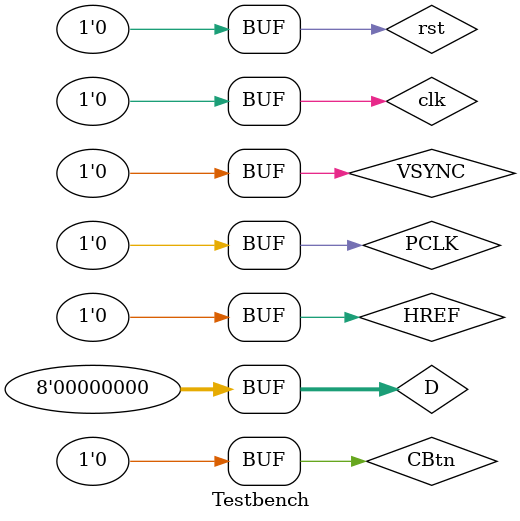
<source format=v>
`timescale 1ns / 1ps

module Testbench;

	// Inputs
	reg clk;
	reg rst;
	reg VSYNC;
	reg HREF;
	reg PCLK;
	reg [7:0] D;
	reg CBtn;

	// Outputs
	wire VGA_Hsync_n;
	wire VGA_Vsync_n;
	wire [3:0] VGA_R;
	wire [3:0] VGA_G;
	wire [3:0] VGA_B;
	wire CAM_xclk;
	wire CAM_pwdn;
	wire CAM_reset;

	// Instantiate the Unit Under Test (UUT)
	test_cam uut (
		.clk(clk), 
		.rst(rst), 
		.VGA_Hsync_n(VGA_Hsync_n), 
		.VGA_Vsync_n(VGA_Vsync_n), 
		.VGA_R(VGA_R), 
		.VGA_G(VGA_G), 
		.VGA_B(VGA_B), 
		.CAM_xclk(CAM_xclk), 
		.CAM_pwdn(CAM_pwdn), 
		.CAM_reset(CAM_reset), 
		.VSYNC(VSYNC), 
		.HREF(HREF), 
		.PCLK(PCLK), 
		.D(D), 
		.CBtn(CBtn)
	);

	initial begin
		// Initialize Inputs
		clk = 0;
		rst = 0;
		VSYNC = 0;
		HREF = 0;
		PCLK = 0;
		D = 0;
		CBtn = 0;
		
		

	end
      
endmodule


</source>
